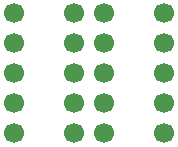
<source format=gbl>
G04 #@! TF.FileFunction,Copper,L2,Bot,Signal*
%FSLAX46Y46*%
G04 Gerber Fmt 4.6, Leading zero omitted, Abs format (unit mm)*
G04 Created by KiCad (PCBNEW 4.0.2-1.fc23-product) date Sun May  1 08:53:22 2016*
%MOMM*%
G01*
G04 APERTURE LIST*
%ADD10C,0.100000*%
%ADD11C,1.700000*%
G04 APERTURE END LIST*
D10*
D11*
X152400000Y-104140000D03*
X154940000Y-104140000D03*
X152400000Y-106680000D03*
X154940000Y-106680000D03*
X152400000Y-109220000D03*
X154940000Y-109220000D03*
X152400000Y-111760000D03*
X154940000Y-111760000D03*
X152400000Y-114300000D03*
X154940000Y-114300000D03*
X147320000Y-104140000D03*
X160020000Y-104140000D03*
X147320000Y-106680000D03*
X160020000Y-106680000D03*
X147320000Y-109220000D03*
X160020000Y-109220000D03*
X147320000Y-111760000D03*
X160020000Y-111760000D03*
X147320000Y-114300000D03*
X160020000Y-114300000D03*
M02*

</source>
